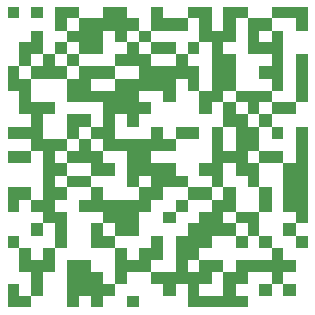
<source format=gbr>
%TF.GenerationSoftware,KiCad,Pcbnew,7.0.5*%
%TF.CreationDate,2024-11-19T18:58:01-05:00*%
%TF.ProjectId,senior_des-gj,73656e69-6f72-45f6-9465-732d676a2e6b,rev?*%
%TF.SameCoordinates,Original*%
%TF.FileFunction,Copper,L1,Top*%
%TF.FilePolarity,Positive*%
%FSLAX46Y46*%
G04 Gerber Fmt 4.6, Leading zero omitted, Abs format (unit mm)*
G04 Created by KiCad (PCBNEW 7.0.5) date 2024-11-19 18:58:01*
%MOMM*%
%LPD*%
G01*
G04 APERTURE LIST*
G04 APERTURE END LIST*
%TA.AperFunction,EtchedComponent*%
%TO.C,G\u002A\u002A\u002A*%
G36*
X6582500Y-999791D02*
G01*
X6582500Y-1449583D01*
X7587916Y-1449583D01*
X8593333Y-1449583D01*
X8593333Y-999791D01*
X8593333Y-550000D01*
X9625208Y-550000D01*
X10657083Y-550000D01*
X10657083Y-999791D01*
X10657083Y-1449583D01*
X11159791Y-1449583D01*
X11662500Y-1449583D01*
X11662500Y-1978750D01*
X11662500Y-2507916D01*
X12191666Y-2507916D01*
X12720833Y-2507916D01*
X12720833Y-1528958D01*
X12720833Y-550000D01*
X13223541Y-550000D01*
X13726250Y-550000D01*
X13726250Y-999791D01*
X13726250Y-1449583D01*
X14758125Y-1449583D01*
X15790000Y-1449583D01*
X15790000Y-999791D01*
X15790000Y-550000D01*
X16821875Y-550000D01*
X17853750Y-550000D01*
X17853750Y-1528958D01*
X17853750Y-2507916D01*
X18330000Y-2507916D01*
X18806250Y-2507916D01*
X18806250Y-1528958D01*
X18806250Y-550000D01*
X19838125Y-550000D01*
X20870000Y-550000D01*
X20870000Y-999791D01*
X20870000Y-1449583D01*
X21901875Y-1449583D01*
X22933750Y-1449583D01*
X22933750Y-999791D01*
X22933750Y-550000D01*
X24441875Y-550000D01*
X25950000Y-550000D01*
X25950000Y-1528958D01*
X25950000Y-2507916D01*
X25447291Y-2507916D01*
X24944583Y-2507916D01*
X24944583Y-1978750D01*
X24944583Y-1449583D01*
X23939166Y-1449583D01*
X22933750Y-1449583D01*
X22933750Y-1978750D01*
X22933750Y-2507916D01*
X22404583Y-2507916D01*
X21875416Y-2507916D01*
X21875416Y-2984166D01*
X21875416Y-3460416D01*
X22404583Y-3460416D01*
X22933750Y-3460416D01*
X22933750Y-2984166D01*
X22933750Y-2507916D01*
X23410000Y-2507916D01*
X23886250Y-2507916D01*
X23886250Y-5047916D01*
X23886250Y-7587916D01*
X23410000Y-7587916D01*
X22933750Y-7587916D01*
X22933750Y-8090625D01*
X22933750Y-8593333D01*
X23939166Y-8593333D01*
X24944583Y-8593333D01*
X24944583Y-6556041D01*
X24944583Y-4518750D01*
X25447291Y-4518750D01*
X25950000Y-4518750D01*
X25950000Y-6556041D01*
X25950000Y-8593333D01*
X25447291Y-8593333D01*
X24944583Y-8593333D01*
X24944583Y-9096041D01*
X24944583Y-9598750D01*
X23939166Y-9598750D01*
X22933750Y-9598750D01*
X22933750Y-10127916D01*
X22933750Y-10657083D01*
X22404583Y-10657083D01*
X21875416Y-10657083D01*
X21875416Y-11688958D01*
X21875416Y-12720833D01*
X21372708Y-12720833D01*
X20870000Y-12720833D01*
X20870000Y-13223541D01*
X20870000Y-13726250D01*
X21372708Y-13726250D01*
X21875416Y-13726250D01*
X21875416Y-13223541D01*
X21875416Y-12720833D01*
X22880833Y-12720833D01*
X23886250Y-12720833D01*
X23886250Y-13223541D01*
X23886250Y-13726250D01*
X24415416Y-13726250D01*
X24944583Y-13726250D01*
X24944583Y-12191666D01*
X24944583Y-10657083D01*
X25447291Y-10657083D01*
X25950000Y-10657083D01*
X25950000Y-14731666D01*
X25950000Y-18806250D01*
X25447291Y-18806250D01*
X24944583Y-18806250D01*
X24944583Y-19335416D01*
X24944583Y-19864583D01*
X24415416Y-19864583D01*
X23886250Y-19864583D01*
X23886250Y-19335416D01*
X23886250Y-18806250D01*
X24415416Y-18806250D01*
X24944583Y-18806250D01*
X24944583Y-18330000D01*
X24944583Y-17853750D01*
X24415416Y-17853750D01*
X23886250Y-17853750D01*
X23886250Y-15790000D01*
X23886250Y-13726250D01*
X22880833Y-13726250D01*
X21875416Y-13726250D01*
X21875416Y-14758125D01*
X21875416Y-15790000D01*
X21372708Y-15790000D01*
X20870000Y-15790000D01*
X20870000Y-15287291D01*
X20870000Y-14784583D01*
X20367291Y-14784583D01*
X19864583Y-14784583D01*
X19864583Y-14255416D01*
X19864583Y-13726250D01*
X19335416Y-13726250D01*
X18806250Y-13726250D01*
X18806250Y-14758125D01*
X18806250Y-15790000D01*
X18330000Y-15790000D01*
X17853750Y-15790000D01*
X17853750Y-15287291D01*
X17853750Y-14784583D01*
X17324583Y-14784583D01*
X16795416Y-14784583D01*
X16795416Y-14255416D01*
X16795416Y-13726250D01*
X17324583Y-13726250D01*
X17853750Y-13726250D01*
X17853750Y-12191666D01*
X17853750Y-10657083D01*
X18330000Y-10657083D01*
X18806250Y-10657083D01*
X18806250Y-11688958D01*
X18806250Y-12720833D01*
X19335416Y-12720833D01*
X19864583Y-12720833D01*
X19864583Y-11688958D01*
X19864583Y-10657083D01*
X19335416Y-10657083D01*
X18806250Y-10657083D01*
X18806250Y-9625208D01*
X18806250Y-8593333D01*
X19335416Y-8593333D01*
X19864583Y-8593333D01*
X19864583Y-9096041D01*
X19864583Y-9598750D01*
X20367291Y-9598750D01*
X20870000Y-9598750D01*
X20870000Y-10127916D01*
X20870000Y-10657083D01*
X21372708Y-10657083D01*
X21875416Y-10657083D01*
X21875416Y-10127916D01*
X21875416Y-9598750D01*
X22404583Y-9598750D01*
X22933750Y-9598750D01*
X22933750Y-9096041D01*
X22933750Y-8593333D01*
X22404583Y-8593333D01*
X21875416Y-8593333D01*
X21875416Y-9096041D01*
X21875416Y-9598750D01*
X21372708Y-9598750D01*
X20870000Y-9598750D01*
X20870000Y-9096041D01*
X20870000Y-8593333D01*
X20367291Y-8593333D01*
X19864583Y-8593333D01*
X19864583Y-8090625D01*
X19864583Y-7587916D01*
X21399166Y-7587916D01*
X22933750Y-7587916D01*
X22933750Y-7085208D01*
X22933750Y-6582500D01*
X22404583Y-6582500D01*
X21875416Y-6582500D01*
X21875416Y-6053333D01*
X21875416Y-5524166D01*
X22404583Y-5524166D01*
X22933750Y-5524166D01*
X22933750Y-5021458D01*
X22933750Y-4518750D01*
X21901875Y-4518750D01*
X20870000Y-4518750D01*
X20870000Y-2984166D01*
X20870000Y-1449583D01*
X20367291Y-1449583D01*
X19864583Y-1449583D01*
X19864583Y-2455000D01*
X19864583Y-3460416D01*
X19335416Y-3460416D01*
X18806250Y-3460416D01*
X18806250Y-3989583D01*
X18806250Y-4518750D01*
X19335416Y-4518750D01*
X19864583Y-4518750D01*
X19864583Y-6053333D01*
X19864583Y-7587916D01*
X19335416Y-7587916D01*
X18806250Y-7587916D01*
X18806250Y-8090625D01*
X18806250Y-8593333D01*
X18330000Y-8593333D01*
X17853750Y-8593333D01*
X17853750Y-9096041D01*
X17853750Y-9598750D01*
X17324583Y-9598750D01*
X16795416Y-9598750D01*
X16795416Y-8593333D01*
X16795416Y-7587916D01*
X17324583Y-7587916D01*
X17853750Y-7587916D01*
X17853750Y-5524166D01*
X17853750Y-3460416D01*
X17324583Y-3460416D01*
X16795416Y-3460416D01*
X16795416Y-2455000D01*
X16795416Y-1449583D01*
X16292708Y-1449583D01*
X15790000Y-1449583D01*
X15790000Y-1978750D01*
X15790000Y-2507916D01*
X14255416Y-2507916D01*
X12720833Y-2507916D01*
X12720833Y-2984166D01*
X12720833Y-3460416D01*
X12191666Y-3460416D01*
X11662500Y-3460416D01*
X11662500Y-2984166D01*
X11662500Y-2507916D01*
X11159791Y-2507916D01*
X10657083Y-2507916D01*
X10657083Y-2984166D01*
X10657083Y-3460416D01*
X10154375Y-3460416D01*
X9651666Y-3460416D01*
X9651666Y-2984166D01*
X9651666Y-2507916D01*
X9122500Y-2507916D01*
X8593333Y-2507916D01*
X8593333Y-3513333D01*
X8593333Y-4518750D01*
X7587916Y-4518750D01*
X6582500Y-4518750D01*
X6582500Y-3989583D01*
X6582500Y-3460416D01*
X6079791Y-3460416D01*
X5577083Y-3460416D01*
X5577083Y-3989583D01*
X5577083Y-4518750D01*
X5074375Y-4518750D01*
X4571666Y-4518750D01*
X4571666Y-5021458D01*
X4571666Y-5524166D01*
X5074375Y-5524166D01*
X5577083Y-5524166D01*
X5577083Y-6053333D01*
X5577083Y-6582500D01*
X4068958Y-6582500D01*
X2560833Y-6582500D01*
X2560833Y-6053333D01*
X2560833Y-5524166D01*
X3037083Y-5524166D01*
X3513333Y-5524166D01*
X3513333Y-5021458D01*
X3513333Y-4518750D01*
X3037083Y-4518750D01*
X2560833Y-4518750D01*
X2560833Y-5021458D01*
X2560833Y-5524166D01*
X2031666Y-5524166D01*
X1502500Y-5524166D01*
X1502500Y-6053333D01*
X1502500Y-6582500D01*
X2031666Y-6582500D01*
X2560833Y-6582500D01*
X2560833Y-7587916D01*
X2560833Y-8593333D01*
X3566250Y-8593333D01*
X4571666Y-8593333D01*
X4571666Y-9096041D01*
X4571666Y-9598750D01*
X4042500Y-9598750D01*
X3513333Y-9598750D01*
X3513333Y-10630625D01*
X3513333Y-11662500D01*
X4545208Y-11662500D01*
X5577083Y-11662500D01*
X5577083Y-12191666D01*
X5577083Y-12720833D01*
X5074375Y-12720833D01*
X4571666Y-12720833D01*
X4571666Y-13223541D01*
X4571666Y-13726250D01*
X5074375Y-13726250D01*
X5577083Y-13726250D01*
X5577083Y-14255416D01*
X5577083Y-14784583D01*
X5074375Y-14784583D01*
X4571666Y-14784583D01*
X4571666Y-15287291D01*
X4571666Y-15790000D01*
X5074375Y-15790000D01*
X5577083Y-15790000D01*
X5577083Y-15287291D01*
X5577083Y-14784583D01*
X6608958Y-14784583D01*
X7640833Y-14784583D01*
X7640833Y-15287291D01*
X7640833Y-15790000D01*
X6608958Y-15790000D01*
X5577083Y-15790000D01*
X5577083Y-16319166D01*
X5577083Y-16848333D01*
X5074375Y-16848333D01*
X4571666Y-16848333D01*
X4571666Y-17351041D01*
X4571666Y-17853750D01*
X5074375Y-17853750D01*
X5577083Y-17853750D01*
X5577083Y-19388333D01*
X5577083Y-20922916D01*
X5074375Y-20922916D01*
X4571666Y-20922916D01*
X4571666Y-21954791D01*
X4571666Y-22986666D01*
X4042500Y-22986666D01*
X3513333Y-22986666D01*
X3513333Y-23965625D01*
X3513333Y-24944583D01*
X3037083Y-24944583D01*
X2560833Y-24944583D01*
X2560833Y-25447291D01*
X2560833Y-25950000D01*
X1555416Y-25950000D01*
X550000Y-25950000D01*
X550000Y-24944583D01*
X550000Y-23939166D01*
X1026250Y-23939166D01*
X1502500Y-23939166D01*
X1502500Y-24441875D01*
X1502500Y-24944583D01*
X2031666Y-24944583D01*
X2560833Y-24944583D01*
X2560833Y-23965625D01*
X2560833Y-22986666D01*
X2031666Y-22986666D01*
X1502500Y-22986666D01*
X1502500Y-21954791D01*
X1502500Y-20922916D01*
X2031666Y-20922916D01*
X2560833Y-20922916D01*
X2560833Y-21425625D01*
X2560833Y-21928333D01*
X3037083Y-21928333D01*
X3513333Y-21928333D01*
X3513333Y-21425625D01*
X3513333Y-20922916D01*
X4042500Y-20922916D01*
X4571666Y-20922916D01*
X4571666Y-19864583D01*
X4571666Y-18806250D01*
X4042500Y-18806250D01*
X3513333Y-18806250D01*
X3513333Y-19335416D01*
X3513333Y-19864583D01*
X3037083Y-19864583D01*
X2560833Y-19864583D01*
X2560833Y-19335416D01*
X2560833Y-18806250D01*
X3037083Y-18806250D01*
X3513333Y-18806250D01*
X3513333Y-18330000D01*
X3513333Y-17853750D01*
X3037083Y-17853750D01*
X2560833Y-17853750D01*
X2560833Y-17351041D01*
X2560833Y-16848333D01*
X2031666Y-16848333D01*
X1502500Y-16848333D01*
X1502500Y-17351041D01*
X1502500Y-17853750D01*
X1026250Y-17853750D01*
X550000Y-17853750D01*
X550000Y-16821875D01*
X550000Y-15790000D01*
X1555416Y-15790000D01*
X2560833Y-15790000D01*
X2560833Y-16319166D01*
X2560833Y-16848333D01*
X3037083Y-16848333D01*
X3513333Y-16848333D01*
X3513333Y-14784583D01*
X3513333Y-12720833D01*
X3037083Y-12720833D01*
X2560833Y-12720833D01*
X2560833Y-13223541D01*
X2560833Y-13726250D01*
X1555416Y-13726250D01*
X550000Y-13726250D01*
X550000Y-13223541D01*
X550000Y-12720833D01*
X1555416Y-12720833D01*
X2560833Y-12720833D01*
X2560833Y-12191666D01*
X2560833Y-11662500D01*
X1555416Y-11662500D01*
X550000Y-11662500D01*
X550000Y-11159791D01*
X550000Y-10657083D01*
X1555416Y-10657083D01*
X2560833Y-10657083D01*
X2560833Y-10127916D01*
X2560833Y-9598750D01*
X2031666Y-9598750D01*
X1502500Y-9598750D01*
X1502500Y-8593333D01*
X1502500Y-7587916D01*
X1026250Y-7587916D01*
X550000Y-7587916D01*
X550000Y-6556041D01*
X550000Y-5524166D01*
X1026250Y-5524166D01*
X1502500Y-5524166D01*
X1502500Y-4492291D01*
X1502500Y-3460416D01*
X2031666Y-3460416D01*
X2560833Y-3460416D01*
X2560833Y-2984166D01*
X2560833Y-2507916D01*
X3037083Y-2507916D01*
X3513333Y-2507916D01*
X3513333Y-3513333D01*
X3513333Y-4518750D01*
X4042500Y-4518750D01*
X4571666Y-4518750D01*
X4571666Y-3989583D01*
X4571666Y-3460416D01*
X5074375Y-3460416D01*
X5577083Y-3460416D01*
X5577083Y-2984166D01*
X5577083Y-2507916D01*
X5074375Y-2507916D01*
X4571666Y-2507916D01*
X4571666Y-1528958D01*
X4571666Y-1449583D01*
X5577083Y-1449583D01*
X5577083Y-1978750D01*
X5577083Y-2507916D01*
X6079791Y-2507916D01*
X6582500Y-2507916D01*
X6582500Y-1978750D01*
X6582500Y-1449583D01*
X6079791Y-1449583D01*
X5577083Y-1449583D01*
X4571666Y-1449583D01*
X4571666Y-550000D01*
X5577083Y-550000D01*
X6582500Y-550000D01*
X6582500Y-999791D01*
G37*
%TD.AperFunction*%
%TA.AperFunction,EtchedComponent*%
G36*
X19864583Y-16821875D02*
G01*
X19864583Y-17853750D01*
X19335416Y-17853750D01*
X18806250Y-17853750D01*
X18806250Y-18330000D01*
X18806250Y-18806250D01*
X19335416Y-18806250D01*
X19864583Y-18806250D01*
X19864583Y-18330000D01*
X19864583Y-17853750D01*
X20870000Y-17853750D01*
X21875416Y-17853750D01*
X21875416Y-16821875D01*
X21875416Y-15790000D01*
X22404583Y-15790000D01*
X22933750Y-15790000D01*
X22933750Y-16821875D01*
X22933750Y-17853750D01*
X22404583Y-17853750D01*
X21875416Y-17853750D01*
X21875416Y-18859166D01*
X21875416Y-19864583D01*
X21372708Y-19864583D01*
X20870000Y-19864583D01*
X20870000Y-19335416D01*
X20870000Y-18806250D01*
X20367291Y-18806250D01*
X19864583Y-18806250D01*
X19864583Y-19335416D01*
X19864583Y-19864583D01*
X18859166Y-19864583D01*
X17853750Y-19864583D01*
X17853750Y-20393750D01*
X17853750Y-20922916D01*
X17324583Y-20922916D01*
X16795416Y-20922916D01*
X16795416Y-21425625D01*
X16795416Y-21928333D01*
X16292708Y-21928333D01*
X15790000Y-21928333D01*
X15790000Y-22457500D01*
X15790000Y-22986666D01*
X16292708Y-22986666D01*
X16795416Y-22986666D01*
X16795416Y-22457500D01*
X16795416Y-21928333D01*
X17800833Y-21928333D01*
X18806250Y-21928333D01*
X18806250Y-22457500D01*
X18806250Y-22986666D01*
X18330000Y-22986666D01*
X17853750Y-22986666D01*
X17853750Y-23462916D01*
X17853750Y-23939166D01*
X17324583Y-23939166D01*
X16795416Y-23939166D01*
X16795416Y-24441875D01*
X16795416Y-24944583D01*
X17800833Y-24944583D01*
X18806250Y-24944583D01*
X18806250Y-23965625D01*
X18806250Y-22986666D01*
X19335416Y-22986666D01*
X19864583Y-22986666D01*
X19864583Y-22457500D01*
X19864583Y-21928333D01*
X21399166Y-21928333D01*
X22933750Y-21928333D01*
X22933750Y-21425625D01*
X22933750Y-20922916D01*
X23410000Y-20922916D01*
X23886250Y-20922916D01*
X23886250Y-21425625D01*
X23886250Y-21928333D01*
X24415416Y-21928333D01*
X24944583Y-21928333D01*
X24944583Y-22457500D01*
X24944583Y-22986666D01*
X24415416Y-22986666D01*
X23886250Y-22986666D01*
X23886250Y-23462916D01*
X23886250Y-23939166D01*
X23410000Y-23939166D01*
X22933750Y-23939166D01*
X22933750Y-24441875D01*
X22933750Y-24944583D01*
X22404583Y-24944583D01*
X21875416Y-24944583D01*
X21875416Y-24441875D01*
X21875416Y-23939166D01*
X22404583Y-23939166D01*
X22933750Y-23939166D01*
X22933750Y-23462916D01*
X22933750Y-22986666D01*
X21901875Y-22986666D01*
X20870000Y-22986666D01*
X20870000Y-23462916D01*
X20870000Y-23939166D01*
X20367291Y-23939166D01*
X19864583Y-23939166D01*
X19864583Y-24441875D01*
X19864583Y-24944583D01*
X20367291Y-24944583D01*
X20870000Y-24944583D01*
X20870000Y-25447291D01*
X20870000Y-25950000D01*
X18330000Y-25950000D01*
X15790000Y-25950000D01*
X15790000Y-24944583D01*
X15790000Y-23939166D01*
X15287291Y-23939166D01*
X14784583Y-23939166D01*
X14784583Y-24441875D01*
X14784583Y-24944583D01*
X14255416Y-24944583D01*
X13726250Y-24944583D01*
X13726250Y-24441875D01*
X13726250Y-23939166D01*
X13223541Y-23939166D01*
X12720833Y-23939166D01*
X12720833Y-23462916D01*
X12720833Y-22986666D01*
X11688958Y-22986666D01*
X10657083Y-22986666D01*
X10657083Y-23462916D01*
X10657083Y-23939166D01*
X10154375Y-23939166D01*
X9651666Y-23939166D01*
X9651666Y-24441875D01*
X9651666Y-24944583D01*
X9122500Y-24944583D01*
X8593333Y-24944583D01*
X8593333Y-25447291D01*
X8593333Y-25950000D01*
X8117083Y-25950000D01*
X7640833Y-25950000D01*
X7640833Y-25447291D01*
X7640833Y-24944583D01*
X7111666Y-24944583D01*
X6582500Y-24944583D01*
X6582500Y-25447291D01*
X6582500Y-25950000D01*
X6079791Y-25950000D01*
X5577083Y-25950000D01*
X5577083Y-23939166D01*
X5577083Y-21928333D01*
X6608958Y-21928333D01*
X7640833Y-21928333D01*
X7640833Y-22457500D01*
X7640833Y-22986666D01*
X8117083Y-22986666D01*
X8593333Y-22986666D01*
X8593333Y-23462916D01*
X8593333Y-23939166D01*
X9122500Y-23939166D01*
X9651666Y-23939166D01*
X9651666Y-22431041D01*
X9651666Y-20922916D01*
X10154375Y-20922916D01*
X10657083Y-20922916D01*
X10657083Y-21425625D01*
X10657083Y-21928333D01*
X11159791Y-21928333D01*
X11662500Y-21928333D01*
X11662500Y-21425625D01*
X11662500Y-20922916D01*
X12191666Y-20922916D01*
X12720833Y-20922916D01*
X12720833Y-20393750D01*
X12720833Y-19864583D01*
X13223541Y-19864583D01*
X13726250Y-19864583D01*
X13726250Y-20896458D01*
X13726250Y-21928333D01*
X13223541Y-21928333D01*
X12720833Y-21928333D01*
X12720833Y-22457500D01*
X12720833Y-22986666D01*
X13752708Y-22986666D01*
X14784583Y-22986666D01*
X14784583Y-21425625D01*
X14784583Y-19864583D01*
X15287291Y-19864583D01*
X15790000Y-19864583D01*
X15790000Y-19335416D01*
X15790000Y-18806250D01*
X16292708Y-18806250D01*
X16795416Y-18806250D01*
X16795416Y-18330000D01*
X16795416Y-17853750D01*
X17324583Y-17853750D01*
X17853750Y-17853750D01*
X17853750Y-17351041D01*
X17853750Y-16848333D01*
X18330000Y-16848333D01*
X18806250Y-16848333D01*
X18806250Y-16319166D01*
X18806250Y-15790000D01*
X19335416Y-15790000D01*
X19864583Y-15790000D01*
X19864583Y-16821875D01*
G37*
%TD.AperFunction*%
%TA.AperFunction,EtchedComponent*%
G36*
X11662500Y-3989583D02*
G01*
X11662500Y-4518750D01*
X12191666Y-4518750D01*
X12720833Y-4518750D01*
X12720833Y-5021458D01*
X12720833Y-5524166D01*
X13752708Y-5524166D01*
X14784583Y-5524166D01*
X14784583Y-5021458D01*
X14784583Y-4518750D01*
X15287291Y-4518750D01*
X15790000Y-4518750D01*
X15790000Y-5021458D01*
X15790000Y-5524166D01*
X16292708Y-5524166D01*
X16795416Y-5524166D01*
X16795416Y-6556041D01*
X16795416Y-7587916D01*
X16292708Y-7587916D01*
X15790000Y-7587916D01*
X15790000Y-7085208D01*
X15790000Y-6582500D01*
X15287291Y-6582500D01*
X14784583Y-6582500D01*
X14784583Y-7587916D01*
X14784583Y-8593333D01*
X14255416Y-8593333D01*
X13726250Y-8593333D01*
X13726250Y-8090625D01*
X13726250Y-7587916D01*
X12694375Y-7587916D01*
X11662500Y-7587916D01*
X11662500Y-8090625D01*
X11662500Y-8593333D01*
X12191666Y-8593333D01*
X12720833Y-8593333D01*
X12720833Y-9096041D01*
X12720833Y-9598750D01*
X12191666Y-9598750D01*
X11662500Y-9598750D01*
X11662500Y-10127916D01*
X11662500Y-10657083D01*
X11159791Y-10657083D01*
X10657083Y-10657083D01*
X10657083Y-10127916D01*
X10657083Y-9598750D01*
X10154375Y-9598750D01*
X9651666Y-9598750D01*
X9651666Y-10630625D01*
X9651666Y-11662500D01*
X11186250Y-11662500D01*
X12720833Y-11662500D01*
X12720833Y-11159791D01*
X12720833Y-10657083D01*
X13223541Y-10657083D01*
X13726250Y-10657083D01*
X13726250Y-11159791D01*
X13726250Y-11662500D01*
X14255416Y-11662500D01*
X14784583Y-11662500D01*
X14784583Y-12191666D01*
X14784583Y-12720833D01*
X13752708Y-12720833D01*
X12720833Y-12720833D01*
X12720833Y-13223541D01*
X12720833Y-13726250D01*
X13752708Y-13726250D01*
X14784583Y-13726250D01*
X14784583Y-14255416D01*
X14784583Y-14784583D01*
X15287291Y-14784583D01*
X15790000Y-14784583D01*
X15790000Y-15287291D01*
X15790000Y-15790000D01*
X14758125Y-15790000D01*
X13726250Y-15790000D01*
X13726250Y-16319166D01*
X13726250Y-16848333D01*
X13223541Y-16848333D01*
X12720833Y-16848333D01*
X12720833Y-17351041D01*
X12720833Y-17853750D01*
X12191666Y-17853750D01*
X11662500Y-17853750D01*
X11662500Y-18859166D01*
X11662500Y-19864583D01*
X10657083Y-19864583D01*
X9651666Y-19864583D01*
X9651666Y-19335416D01*
X9651666Y-18806250D01*
X9122500Y-18806250D01*
X8593333Y-18806250D01*
X8593333Y-19335416D01*
X8593333Y-19864583D01*
X9122500Y-19864583D01*
X9651666Y-19864583D01*
X9651666Y-20393750D01*
X9651666Y-20922916D01*
X8646250Y-20922916D01*
X7640833Y-20922916D01*
X7640833Y-19864583D01*
X7640833Y-18806250D01*
X8117083Y-18806250D01*
X8593333Y-18806250D01*
X8593333Y-18330000D01*
X8593333Y-17853750D01*
X7587916Y-17853750D01*
X6582500Y-17853750D01*
X6582500Y-17351041D01*
X6582500Y-16848333D01*
X7111666Y-16848333D01*
X7640833Y-16848333D01*
X7640833Y-16319166D01*
X7640833Y-15790000D01*
X8117083Y-15790000D01*
X8593333Y-15790000D01*
X8593333Y-16319166D01*
X8593333Y-16848333D01*
X10127916Y-16848333D01*
X11662500Y-16848333D01*
X11662500Y-16319166D01*
X11662500Y-15790000D01*
X12191666Y-15790000D01*
X12720833Y-15790000D01*
X12720833Y-15287291D01*
X12720833Y-14784583D01*
X12191666Y-14784583D01*
X11662500Y-14784583D01*
X11662500Y-15287291D01*
X11662500Y-15790000D01*
X11159791Y-15790000D01*
X10657083Y-15790000D01*
X10657083Y-14255416D01*
X10657083Y-12720833D01*
X9625208Y-12720833D01*
X8593333Y-12720833D01*
X8593333Y-12191666D01*
X8593333Y-11662500D01*
X8117083Y-11662500D01*
X7640833Y-11662500D01*
X7640833Y-11159791D01*
X7640833Y-10657083D01*
X8117083Y-10657083D01*
X8593333Y-10657083D01*
X8593333Y-9625208D01*
X8593333Y-8593333D01*
X7085208Y-8593333D01*
X5577083Y-8593333D01*
X5577083Y-7587916D01*
X7640833Y-7587916D01*
X8646250Y-7587916D01*
X9651666Y-7587916D01*
X9651666Y-7085208D01*
X9651666Y-6582500D01*
X10657083Y-6582500D01*
X11662500Y-6582500D01*
X11662500Y-6053333D01*
X11662500Y-5524166D01*
X10657083Y-5524166D01*
X9651666Y-5524166D01*
X9651666Y-6053333D01*
X9651666Y-6582500D01*
X8646250Y-6582500D01*
X7640833Y-6582500D01*
X7640833Y-7085208D01*
X7640833Y-7587916D01*
X5577083Y-7587916D01*
X5577083Y-6582500D01*
X6079791Y-6582500D01*
X6582500Y-6582500D01*
X6582500Y-6053333D01*
X6582500Y-5524166D01*
X8117083Y-5524166D01*
X9651666Y-5524166D01*
X9651666Y-5021458D01*
X9651666Y-4518750D01*
X10154375Y-4518750D01*
X10657083Y-4518750D01*
X10657083Y-3989583D01*
X10657083Y-3460416D01*
X11159791Y-3460416D01*
X11662500Y-3460416D01*
X11662500Y-3989583D01*
G37*
%TD.AperFunction*%
%TA.AperFunction,EtchedComponent*%
G36*
X17853750Y-16319166D02*
G01*
X17853750Y-16848333D01*
X16821875Y-16848333D01*
X15790000Y-16848333D01*
X15790000Y-17351041D01*
X15790000Y-17853750D01*
X15287291Y-17853750D01*
X14784583Y-17853750D01*
X14784583Y-18330000D01*
X14784583Y-18806250D01*
X14255416Y-18806250D01*
X13726250Y-18806250D01*
X13726250Y-18330000D01*
X13726250Y-17853750D01*
X14255416Y-17853750D01*
X14784583Y-17853750D01*
X14784583Y-17351041D01*
X14784583Y-16848333D01*
X15287291Y-16848333D01*
X15790000Y-16848333D01*
X15790000Y-16319166D01*
X15790000Y-15790000D01*
X16821875Y-15790000D01*
X17853750Y-15790000D01*
X17853750Y-16319166D01*
G37*
%TD.AperFunction*%
%TA.AperFunction,EtchedComponent*%
G36*
X7640833Y-12191666D02*
G01*
X7640833Y-12720833D01*
X8117083Y-12720833D01*
X8593333Y-12720833D01*
X8593333Y-13223541D01*
X8593333Y-13726250D01*
X9122500Y-13726250D01*
X9651666Y-13726250D01*
X9651666Y-14255416D01*
X9651666Y-14784583D01*
X8646250Y-14784583D01*
X7640833Y-14784583D01*
X7640833Y-14255416D01*
X7640833Y-13726250D01*
X6608958Y-13726250D01*
X5577083Y-13726250D01*
X5577083Y-13223541D01*
X5577083Y-12720833D01*
X6079791Y-12720833D01*
X6582500Y-12720833D01*
X6582500Y-12191666D01*
X6582500Y-11662500D01*
X7111666Y-11662500D01*
X7640833Y-11662500D01*
X7640833Y-12191666D01*
G37*
%TD.AperFunction*%
%TA.AperFunction,EtchedComponent*%
G36*
X7640833Y-10127916D02*
G01*
X7640833Y-10657083D01*
X7111666Y-10657083D01*
X6582500Y-10657083D01*
X6582500Y-11159791D01*
X6582500Y-11662500D01*
X6079791Y-11662500D01*
X5577083Y-11662500D01*
X5577083Y-10630625D01*
X5577083Y-9598750D01*
X6608958Y-9598750D01*
X7640833Y-9598750D01*
X7640833Y-10127916D01*
G37*
%TD.AperFunction*%
%TA.AperFunction,EtchedComponent*%
G36*
X25950000Y-20393750D02*
G01*
X25950000Y-20922916D01*
X25447291Y-20922916D01*
X24944583Y-20922916D01*
X24944583Y-20393750D01*
X24944583Y-19864583D01*
X25447291Y-19864583D01*
X25950000Y-19864583D01*
X25950000Y-20393750D01*
G37*
%TD.AperFunction*%
%TA.AperFunction,EtchedComponent*%
G36*
X24944583Y-24441875D02*
G01*
X24944583Y-24944583D01*
X24415416Y-24944583D01*
X23886250Y-24944583D01*
X23886250Y-24441875D01*
X23886250Y-23939166D01*
X24415416Y-23939166D01*
X24944583Y-23939166D01*
X24944583Y-24441875D01*
G37*
%TD.AperFunction*%
%TA.AperFunction,EtchedComponent*%
G36*
X23886250Y-11159791D02*
G01*
X23886250Y-11662500D01*
X23410000Y-11662500D01*
X22933750Y-11662500D01*
X22933750Y-11159791D01*
X22933750Y-10657083D01*
X23410000Y-10657083D01*
X23886250Y-10657083D01*
X23886250Y-11159791D01*
G37*
%TD.AperFunction*%
%TA.AperFunction,EtchedComponent*%
G36*
X22933750Y-20393750D02*
G01*
X22933750Y-20922916D01*
X22404583Y-20922916D01*
X21875416Y-20922916D01*
X21875416Y-20393750D01*
X21875416Y-19864583D01*
X22404583Y-19864583D01*
X22933750Y-19864583D01*
X22933750Y-20393750D01*
G37*
%TD.AperFunction*%
%TA.AperFunction,EtchedComponent*%
G36*
X20870000Y-20393750D02*
G01*
X20870000Y-20922916D01*
X20367291Y-20922916D01*
X19864583Y-20922916D01*
X19864583Y-20393750D01*
X19864583Y-19864583D01*
X20367291Y-19864583D01*
X20870000Y-19864583D01*
X20870000Y-20393750D01*
G37*
%TD.AperFunction*%
%TA.AperFunction,EtchedComponent*%
G36*
X16795416Y-11159791D02*
G01*
X16795416Y-11662500D01*
X15790000Y-11662500D01*
X14784583Y-11662500D01*
X14784583Y-11159791D01*
X14784583Y-10657083D01*
X15790000Y-10657083D01*
X16795416Y-10657083D01*
X16795416Y-11159791D01*
G37*
%TD.AperFunction*%
%TA.AperFunction,EtchedComponent*%
G36*
X16795416Y-3989583D02*
G01*
X16795416Y-4518750D01*
X16292708Y-4518750D01*
X15790000Y-4518750D01*
X15790000Y-3989583D01*
X15790000Y-3460416D01*
X16292708Y-3460416D01*
X16795416Y-3460416D01*
X16795416Y-3989583D01*
G37*
%TD.AperFunction*%
%TA.AperFunction,EtchedComponent*%
G36*
X14784583Y-3989583D02*
G01*
X14784583Y-4518750D01*
X13752708Y-4518750D01*
X12720833Y-4518750D01*
X12720833Y-3989583D01*
X12720833Y-3460416D01*
X13752708Y-3460416D01*
X14784583Y-3460416D01*
X14784583Y-3989583D01*
G37*
%TD.AperFunction*%
%TA.AperFunction,EtchedComponent*%
G36*
X11662500Y-25447291D02*
G01*
X11662500Y-25950000D01*
X11159791Y-25950000D01*
X10657083Y-25950000D01*
X10657083Y-25447291D01*
X10657083Y-24944583D01*
X11159791Y-24944583D01*
X11662500Y-24944583D01*
X11662500Y-25447291D01*
G37*
%TD.AperFunction*%
%TA.AperFunction,EtchedComponent*%
G36*
X6582500Y-5021458D02*
G01*
X6582500Y-5524166D01*
X6079791Y-5524166D01*
X5577083Y-5524166D01*
X5577083Y-5021458D01*
X5577083Y-4518750D01*
X6079791Y-4518750D01*
X6582500Y-4518750D01*
X6582500Y-5021458D01*
G37*
%TD.AperFunction*%
%TA.AperFunction,EtchedComponent*%
G36*
X3513333Y-999791D02*
G01*
X3513333Y-1449583D01*
X3037083Y-1449583D01*
X2560833Y-1449583D01*
X2560833Y-999791D01*
X2560833Y-550000D01*
X3037083Y-550000D01*
X3513333Y-550000D01*
X3513333Y-999791D01*
G37*
%TD.AperFunction*%
%TA.AperFunction,EtchedComponent*%
G36*
X1502500Y-20393750D02*
G01*
X1502500Y-20922916D01*
X1026250Y-20922916D01*
X550000Y-20922916D01*
X550000Y-20393750D01*
X550000Y-19864583D01*
X1026250Y-19864583D01*
X1502500Y-19864583D01*
X1502500Y-20393750D01*
G37*
%TD.AperFunction*%
%TA.AperFunction,EtchedComponent*%
G36*
X1502500Y-999791D02*
G01*
X1502500Y-1449583D01*
X1026250Y-1449583D01*
X550000Y-1449583D01*
X550000Y-999791D01*
X550000Y-550000D01*
X1026250Y-550000D01*
X1502500Y-550000D01*
X1502500Y-999791D01*
G37*
%TD.AperFunction*%
%TD*%
M02*

</source>
